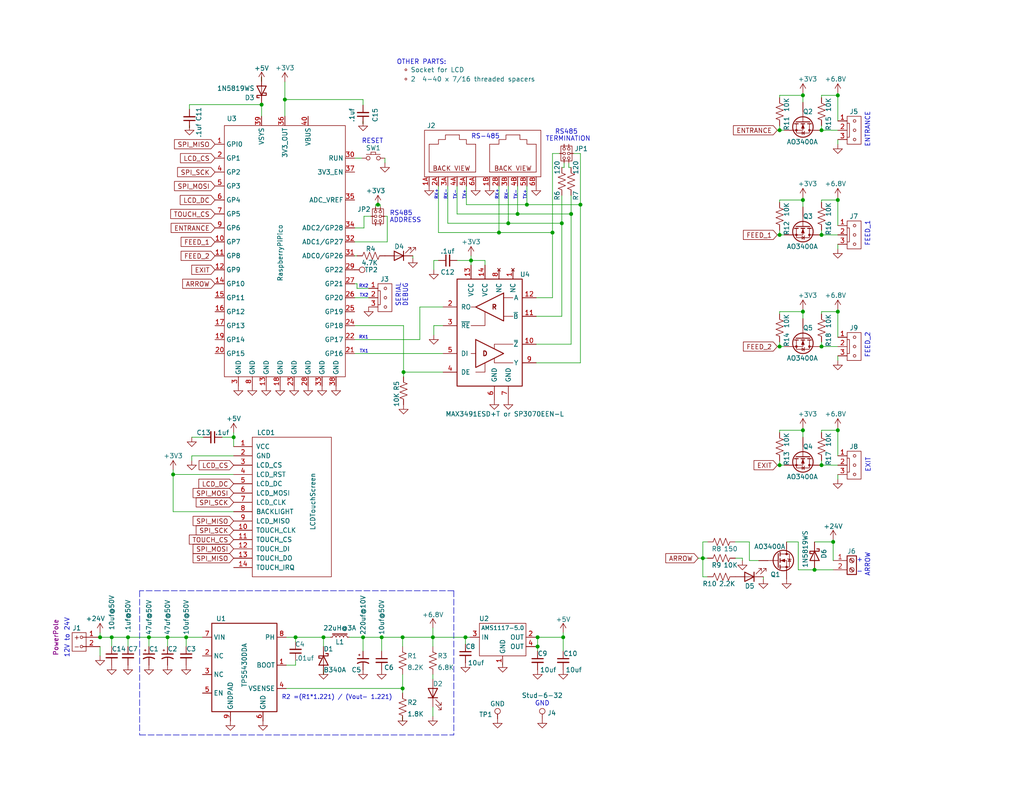
<source format=kicad_sch>
(kicad_sch (version 20211123) (generator eeschema)
  (paper "A")
  (title_block (title "DPi - ClockNBlock") (date "6/16/2022") (rev "Version 0.0") (company "Dos Pueblos Engineering Academy") (comment 1 "Arnav Wadhwa") (comment 2 "Brian Vesper"))
  (lib_symbols
    (symbol "@CustomSymbols_Connectors:6P6C_Modular_Dual"
      (property "Reference" "J" (at -14.732 7.366 0))
      (symbol "6P6C_Modular_Dual_0_0"
        (text "BACK VIEW" (at -7.874 -5.334 0) (effects (font (size 1.27 1.27))))
        (text "BACK VIEW" (at 8.89 -5.334 0) (effects (font (size 1.27 1.27))))
      )
      (symbol "6P6C_Modular_Dual_1_1"
        (pin unspecified line (at -13.97 -10.16 90) (length 2.54) (name "") (number "1A"))
        (pin unspecified line (at 2.54 -10.16 90) (length 2.54) (name "") (number "1B"))
        (pin unspecified line (at -11.43 -10.16 90) (length 2.54) (name "") (number "2A"))
        (pin unspecified line (at 5.08 -10.16 90) (length 2.54) (name "") (number "2B"))
        (pin unspecified line (at -8.89 -10.16 90) (length 2.54) (name "") (number "3A"))
        (pin unspecified line (at 7.62 -10.16 90) (length 2.54) (name "") (number "3B"))
        (pin unspecified line (at -6.35 -10.16 90) (length 2.54) (name "") (number "4A"))
        (pin unspecified line (at 10.16 -10.16 90) (length 2.54) (name "") (number "4B"))
        (pin unspecified line (at -3.81 -10.16 90) (length 2.54) (name "") (number "5A"))
        (pin unspecified line (at 12.7 -10.16 90) (length 2.54) (name "") (number "5B"))
        (pin unspecified line (at -1.27 -10.16 90) (length 2.54) (name "") (number "6A"))
        (pin unspecified line (at 15.24 -10.16 90) (length 2.54) (name "") (number "6B"))
      )
    )
    (symbol "@CustomSymbols_Connectors:Molex-Vert-3-L" (pin_names (offset 1.016))
      (property "Reference" "J" (at 0 5.08 0))
      (symbol "Molex-Vert-3-L_1_1"
        (pin bidirectional line (at -3.81 2.54 0) (length 2.54) (name "~") (number "1"))
        (pin bidirectional line (at -3.81 0 0) (length 2.54) (name "~") (number "2"))
        (pin bidirectional line (at -3.81 -2.54 0) (length 2.54) (name "~") (number "3"))
      )
    )
    (symbol "@CustomSymbols_Connectors:PowerPole2"
      (property "Reference" "J" (at -1.27 3.81 0))
      (property "Vendor" "PowerPole" (at -3.81 0 90))
      (symbol "PowerPole2_0_0"
        (text "+" (at -1.27 1.27 0) (effects (font (size 1.27 1.27))))
        (text "-" (at -1.27 -1.27 0) (effects (font (size 1.27 1.27))))
      )
      (symbol "PowerPole2_1_1"
        (pin bidirectional line (at 5.08 1.27 180) (length 4.699) (name "~") (number "1"))
        (pin bidirectional line (at 5.08 -1.27 180) (length 4.699) (name "~") (number "2"))
      )
    )
    (symbol "@CustomSymbols_Connectors:ScrewTerminal3.5MM-2" (pin_names (offset 1.016) hide)
      (property "Reference" "J" (at 0 2.54 0))
      (property "Value" "ScrewTerminal3.5MM-2" (at 0 -5.08 0))
      (symbol "ScrewTerminal3.5MM-2_1_1"
        (pin passive line (at -5.08 0 0) (length 3.81) (name "Pin_1") (number "1"))
        (pin passive line (at -5.08 -2.54 0) (length 3.81) (name "Pin_2") (number "2"))
      )
    )
    (symbol "@CustomSymbols_Discrete:AdditionalParts" (pin_numbers hide) (pin_names (offset 0) hide) (on_board no)
      (property "Value" "AdditionalParts" (at 7.62 1.27 0))
    )
    (symbol "@CustomSymbols_Discrete:Jumper3x2" (pin_numbers hide) (pin_names hide) (in_bom no)
      (property "Reference" "JP" (at 2.54 3.81 0))
      (symbol "Jumper3x2_1_1"
        (pin bidirectional line (at -0.635 2.54 270) (length 0.889) (name "~") (number "1"))
        (pin bidirectional line (at 0.635 2.54 270) (length 0.889) (name "~") (number "2"))
        (pin bidirectional line (at -1.905 0 0) (length 0.889) (name "~") (number "3"))
        (pin bidirectional line (at 1.905 0 180) (length 0.889) (name "~") (number "4"))
        (pin bidirectional line (at -0.635 -2.54 90) (length 0.889) (name "~") (number "5"))
        (pin bidirectional line (at 0.635 -2.54 90) (length 0.889) (name "~") (number "6"))
      )
    )
    (symbol "@CustomSymbols_Discrete:PushButton_C318884" (pin_numbers hide) (pin_names hide)
      (property "Reference" "SW" (at 0 3.175 0))
      (symbol "PushButton_C318884_1_1"
        (pin input line (at -3.175 0 0) (length 1.27) (name "") (number "1"))
        (pin input line (at 3.175 0 180) (length 1.27) (name "") (number "2"))
      )
    )
    (symbol "@CustomSymbols_Discrete:TestPoint" (pin_numbers hide) (pin_names (offset 0.762) hide) (in_bom no)
      (property "Reference" "TP" (at 0 5.588 0))
      (property "Value" "TestPoint" (at 0 3.81 0))
      (symbol "TestPoint_1_1"
        (pin passive line (at 0 0 90) (length 1.27) (name "1") (number "1"))
      )
    )
    (symbol "@CustomSymbols_Discrete:ThreadedStud_6-32-375" (pin_numbers hide) (pin_names (offset 0.762) hide)
      (property "Reference" "J" (at 0 3.81 0))
      (symbol "ThreadedStud_6-32-375_1_1"
        (pin passive line (at 0 0 90) (length 1.27) (name "1") (number "1"))
      )
    )
    (symbol "@CustomSymbols_Display:LCDTouchScreen" (pin_names (offset 1.016))
      (property "Reference" "LCD1" (at -13.97 19.05 0))
      (property "Value" "LCDTouchScreen" (at 1.27 -7.62 90))
      (symbol "LCDTouchScreen_1_1"
        (pin power_in line (at -20.32 15.24 0) (length 5.08) (name "VCC") (number "1"))
        (pin bidirectional line (at -20.32 -7.62 0) (length 5.08) (name "TOUCH_CLK") (number "10"))
        (pin bidirectional line (at -20.32 -10.16 0) (length 5.08) (name "TOUCH_CS") (number "11"))
        (pin bidirectional line (at -20.32 -12.7 0) (length 5.08) (name "TOUCH_DI") (number "12"))
        (pin bidirectional line (at -20.32 -15.24 0) (length 5.08) (name "TOUCH_DO") (number "13"))
        (pin bidirectional line (at -20.32 -17.78 0) (length 5.08) (name "TOUCH_IRQ") (number "14"))
        (pin power_in line (at -20.32 12.7 0) (length 5.08) (name "GND") (number "2"))
        (pin bidirectional line (at -20.32 10.16 0) (length 5.08) (name "LCD_CS") (number "3"))
        (pin bidirectional line (at -20.32 7.62 0) (length 5.08) (name "LCD_RST") (number "4"))
        (pin bidirectional line (at -20.32 5.08 0) (length 5.08) (name "LCD_DC") (number "5"))
        (pin bidirectional line (at -20.32 2.54 0) (length 5.08) (name "LCD_MOSI") (number "6"))
        (pin bidirectional line (at -20.32 0 0) (length 5.08) (name "LCD_CLK") (number "7"))
        (pin bidirectional line (at -20.32 -2.54 0) (length 5.08) (name "BACKLIGHT") (number "8"))
        (pin bidirectional line (at -20.32 -5.08 0) (length 5.08) (name "LCD_MISO") (number "9"))
      )
    )
    (symbol "@CustomSymbols_ICs:AMS1117-5.0"
      (property "Reference" "U" (at -5.08 7.62 0))
      (property "Value" "AMS1117-5.0" (at 1.27 5.08 0))
      (symbol "AMS1117-5.0_1_1"
        (pin power_in line (at 1.27 -5.08 90) (length 2.54) (name "GND") (number "1"))
        (pin power_in line (at 10.16 2.54 180) (length 2.54) (name "OUT") (number "2"))
        (pin power_in line (at -7.62 2.54 0) (length 2.54) (name "IN") (number "3"))
        (pin power_in line (at 10.16 0 180) (length 2.54) (name "OUT") (number "4"))
      )
    )
    (symbol "@CustomSymbols_ICs:MAX3491ESD+T or SP3070EEN-L" (pin_names (offset 1.016))
      (property "Reference" "U" (at 8.255 16.51 0))
      (property "Value" "MAX3491ESD+T or SP3070EEN-L" (at -19.05 30.48 0))
      (symbol "MAX3491ESD+T or SP3070EEN-L_0_0"
        (text "D" (at -1.27 -5.08 0) (effects (font (size 1.27 1.27) bold)))
        (text "R" (at 1.27 7.62 0) (effects (font (size 1.27 1.27) bold)))
      )
      (symbol "MAX3491ESD+T or SP3070EEN-L_1_1"
        (pin no_connect line (at 6.35 17.78 270) (length 2.54) (name "NC") (number "1"))
        (pin output line (at 12.7 -2.54 180) (length 3.81) (name "~{Z}") (number "10"))
        (pin input line (at 12.7 5.08 180) (length 3.81) (name "~{B}") (number "11"))
        (pin input line (at 12.7 10.16 180) (length 3.81) (name "A") (number "12"))
        (pin power_in line (at -5.08 19.05 270) (length 3.81) (name "VCC") (number "13"))
        (pin power_in line (at -1.27 19.05 270) (length 3.81) (name "VCC") (number "14"))
        (pin output line (at -12.7 7.62 0) (length 3.81) (name "RO") (number "2"))
        (pin input line (at -12.7 2.54 0) (length 3.81) (name "~{RE}") (number "3"))
        (pin input line (at -12.7 -10.16 0) (length 3.81) (name "DE") (number "4"))
        (pin input line (at -12.7 -5.08 0) (length 3.81) (name "DI") (number "5"))
        (pin power_in line (at 1.27 -17.78 90) (length 3.81) (name "GND") (number "6"))
        (pin power_in line (at 5.08 -17.78 90) (length 3.81) (name "GND") (number "7"))
        (pin no_connect line (at 2.54 17.78 270) (length 2.54) (name "NC") (number "8"))
        (pin output line (at 12.7 -7.62 180) (length 3.81) (name "Y") (number "9"))
      )
    )
    (symbol "@CustomSymbols_ICs:TPS5430DDA"
      (property "Reference" "U" (at -7.62 12.7 0))
      (property "Value" "TPS5430DDA" (at 0 -6.35 90))
      (symbol "TPS5430DDA_1_1"
        (pin input line (at 11.43 0 180) (length 2.54) (name "BOOT") (number "1"))
        (pin free line (at -11.43 2.54 0) (length 2.54) (name "NC") (number "2"))
        (pin free line (at -11.43 -2.54 0) (length 2.54) (name "NC") (number "3"))
        (pin input line (at 11.43 -6.35 180) (length 2.54) (name "VSENSE") (number "4"))
        (pin input line (at -11.43 -7.62 0) (length 2.54) (name "EN") (number "5"))
        (pin power_in line (at 5.08 -15.24 90) (length 2.54) (name "GND") (number "6"))
        (pin power_in line (at -11.43 7.62 0) (length 2.54) (name "VIN") (number "7"))
        (pin output line (at 11.43 7.62 180) (length 2.54) (name "PH") (number "8"))
        (pin power_in line (at -3.81 -15.24 90) (length 2.54) (name "GNDPAD") (number "9"))
      )
    )
    (symbol "@CustomSymbols_Modules:RaspberryPiPico"
      (property "Reference" "U" (at -15.24 34.29 0))
      (property "Value" "RaspberryPiPico" (at 0 -1.27 90))
      (symbol "RaspberryPiPico_1_1"
        (pin bidirectional line (at -19.05 27.94 0) (length 2.54) (name "GPI0") (number "1"))
        (pin bidirectional line (at -19.05 1.27 0) (length 2.54) (name "GP7") (number "10"))
        (pin bidirectional line (at -19.05 -2.54 0) (length 2.54) (name "GP8") (number "11"))
        (pin bidirectional line (at -19.05 -6.35 0) (length 2.54) (name "GP9") (number "12"))
        (pin power_in line (at -5.08 -38.1 90) (length 2.54) (name "GND") (number "13"))
        (pin bidirectional line (at -19.05 -10.16 0) (length 2.54) (name "GP10") (number "14"))
        (pin bidirectional line (at -19.05 -13.97 0) (length 2.54) (name "GP11") (number "15"))
        (pin bidirectional line (at -19.05 -17.78 0) (length 2.54) (name "GP12") (number "16"))
        (pin bidirectional line (at -19.05 -21.59 0) (length 2.54) (name "GP13") (number "17"))
        (pin power_in line (at -1.27 -38.1 90) (length 2.54) (name "GND") (number "18"))
        (pin bidirectional line (at -19.05 -25.4 0) (length 2.54) (name "GP14") (number "19"))
        (pin bidirectional line (at -19.05 24.13 0) (length 2.54) (name "GP1") (number "2"))
        (pin bidirectional line (at -19.05 -29.21 0) (length 2.54) (name "GP15") (number "20"))
        (pin bidirectional line (at 19.05 -29.21 180) (length 2.54) (name "GP16") (number "21"))
        (pin bidirectional line (at 19.05 -25.4 180) (length 2.54) (name "GP17") (number "22"))
        (pin power_in line (at 2.54 -38.1 90) (length 2.54) (name "GND") (number "23"))
        (pin bidirectional line (at 19.05 -21.59 180) (length 2.54) (name "GP18") (number "24"))
        (pin bidirectional line (at 19.05 -17.78 180) (length 2.54) (name "GP19") (number "25"))
        (pin bidirectional line (at 19.05 -13.97 180) (length 2.54) (name "GP20") (number "26"))
        (pin bidirectional line (at 19.05 -10.16 180) (length 2.54) (name "GP21") (number "27"))
        (pin power_in line (at 6.35 -38.1 90) (length 2.54) (name "GND") (number "28"))
        (pin bidirectional line (at 19.05 -6.35 180) (length 2.54) (name "GP22") (number "29"))
        (pin power_in line (at -12.7 -38.1 90) (length 2.54) (name "GND") (number "3"))
        (pin bidirectional line (at 19.05 24.13 180) (length 2.54) (name "RUN") (number "30"))
        (pin bidirectional line (at 19.05 -2.54 180) (length 2.54) (name "ADC0/GP26") (number "31"))
        (pin bidirectional line (at 19.05 1.27 180) (length 2.54) (name "ADC1/GP27") (number "32"))
        (pin power_in line (at 10.16 -38.1 90) (length 2.54) (name "GND") (number "33"))
        (pin bidirectional line (at 19.05 5.08 180) (length 2.54) (name "ADC2/GP28") (number "34"))
        (pin bidirectional line (at 19.05 12.7 180) (length 2.54) (name "ADC_VREF") (number "35"))
        (pin power_out line (at 0 35.56 270) (length 2.54) (name "3V3_OUT") (number "36"))
        (pin bidirectional line (at 19.05 20.32 180) (length 2.54) (name "3V3_EN") (number "37"))
        (pin power_in line (at 13.97 -38.1 90) (length 2.54) (name "GND") (number "38"))
        (pin power_in line (at -6.35 35.56 270) (length 2.54) (name "VSYS") (number "39"))
        (pin bidirectional line (at -19.05 20.32 0) (length 2.54) (name "GP2") (number "4"))
        (pin power_in line (at 6.35 35.56 270) (length 2.54) (name "VBUS") (number "40"))
        (pin bidirectional line (at -19.05 16.51 0) (length 2.54) (name "GP3") (number "5"))
        (pin bidirectional line (at -19.05 12.7 0) (length 2.54) (name "GP4") (number "6"))
        (pin bidirectional line (at -19.05 8.89 0) (length 2.54) (name "GP5") (number "7"))
        (pin power_in line (at -8.89 -38.1 90) (length 2.54) (name "GND") (number "8"))
        (pin bidirectional line (at -19.05 5.08 0) (length 2.54) (name "GP6") (number "9"))
      )
    )
    (symbol "@CustomSymbols_PowerPorts:+6.8V" (power) (pin_names (offset 0))
      (property "Value" "+6.8V" (at 0 3.556 0))
      (symbol "+6.8V_1_1"
        (pin power_in line (at 0 0 90) (length 0) hide (name "+6.8V") (number "1"))
      )
    )
    (symbol "Device:C_Polarized_Small_US" (pin_numbers hide) (pin_names (offset 0.254) hide)
      (property "Reference" "C" (at 0.254 1.778 0))
      (property "Value" "C_Polarized_Small_US" (at 0.254 -2.032 0))
      (symbol "C_Polarized_Small_US_1_1"
        (pin passive line (at 0 2.54 270) (length 2.032) (name "~") (number "1"))
        (pin passive line (at 0 -2.54 90) (length 2.032) (name "~") (number "2"))
      )
    )
    (symbol "Device:C_Small" (pin_numbers hide) (pin_names (offset 0.254) hide)
      (property "Reference" "C" (at 0.254 1.778 0))
      (property "Value" "C_Small" (at 0.254 -2.032 0))
      (symbol "C_Small_1_1"
        (pin passive line (at 0 2.54 270) (length 2.032) (name "~") (number "1"))
        (pin passive line (at 0 -2.54 90) (length 2.032) (name "~") (number "2"))
      )
    )
    (symbol "Device:LED" (pin_numbers hide) (pin_names (offset 1.016) hide)
      (property "Reference" "D" (at 0 2.54 0))
      (property "Value" "LED" (at 0 -2.54 0))
      (symbol "LED_1_1"
        (pin passive line (at -3.81 0 0) (length 2.54) (name "K") (number "1"))
        (pin passive line (at 3.81 0 180) (length 2.54) (name "A") (number "2"))
      )
    )
    (symbol "Device:L_Iron_Small" (pin_numbers hide) (pin_names (offset 0.254) hide)
      (property "Reference" "L" (at 1.27 1.016 0))
      (property "Value" "L_Iron_Small" (at 1.27 -1.27 0))
      (symbol "L_Iron_Small_1_1"
        (pin passive line (at 0 2.54 270) (length 0.508) (name "~") (number "1"))
        (pin passive line (at 0 -2.54 90) (length 0.508) (name "~") (number "2"))
      )
    )
    (symbol "Device:R_US" (pin_numbers hide) (pin_names (offset 0))
      (property "Reference" "R" (at 2.54 0 90))
      (property "Value" "R_US" (at -2.54 0 90))
      (symbol "R_US_1_1"
        (pin passive line (at 0 3.81 270) (length 1.27) (name "~") (number "1"))
        (pin passive line (at 0 -3.81 90) (length 1.27) (name "~") (number "2"))
      )
    )
    (symbol "Diode:1N5819" (pin_numbers hide) (pin_names (offset 1.016) hide)
      (property "Reference" "D" (at 0 2.54 0))
      (property "Value" "1N5819" (at 0 -2.54 0))
      (symbol "1N5819_1_1"
        (pin passive line (at -3.81 0 0) (length 2.54) (name "K") (number "1"))
        (pin passive line (at 3.81 0 180) (length 2.54) (name "A") (number "2"))
      )
    )
    (symbol "Diode:B340" (pin_numbers hide) (pin_names (offset 1.016) hide)
      (property "Reference" "D" (at 0 2.54 0))
      (property "Value" "B340" (at 0 -2.54 0))
      (symbol "B340_1_1"
        (pin passive line (at -3.81 0 0) (length 2.54) (name "K") (number "1"))
        (pin passive line (at 3.81 0 180) (length 2.54) (name "A") (number "2"))
      )
    )
    (symbol "Jumper3x2_1" (pin_numbers hide) (pin_names hide) (in_bom no)
      (property "Reference" "JP" (at 2.54 3.81 0))
      (symbol "Jumper3x2_1_1_1"
        (pin bidirectional line (at -0.635 2.54 270) (length 0.889) (name "~") (number "1"))
        (pin bidirectional line (at 0.635 2.54 270) (length 0.889) (name "~") (number "2"))
        (pin bidirectional line (at -1.905 0 0) (length 0.889) (name "~") (number "3"))
        (pin bidirectional line (at 1.905 0 180) (length 0.889) (name "~") (number "4"))
        (pin bidirectional line (at -0.635 -2.54 90) (length 0.889) (name "~") (number "5"))
        (pin bidirectional line (at 0.635 -2.54 90) (length 0.889) (name "~") (number "6"))
      )
    )
    (symbol "Transistor_FET:AO3400A" (pin_numbers hide) (pin_names hide)
      (property "Reference" "Q" (at 5.08 1.905 0))
      (property "Value" "AO3400A" (at 5.08 0 0))
      (symbol "AO3400A_1_1"
        (pin input line (at -5.08 0 0) (length 2.54) (name "G") (number "1"))
        (pin passive line (at 2.54 -5.08 90) (length 2.54) (name "S") (number "2"))
        (pin passive line (at 2.54 5.08 270) (length 2.54) (name "D") (number "3"))
      )
    )
    (symbol "power:+24V" (power) (pin_names (offset 0))
      (property "Value" "+24V" (at 0 3.556 0))
      (symbol "+24V_1_1"
        (pin power_in line (at 0 0 90) (length 0) hide (name "+24V") (number "1"))
      )
    )
    (symbol "power:+3.3V" (power) (pin_names (offset 0))
      (property "Value" "+3.3V" (at 0 3.556 0))
      (symbol "+3.3V_1_1"
        (pin power_in line (at 0 0 90) (length 0) hide (name "+3V3") (number "1"))
      )
    )
    (symbol "power:+5V" (power) (pin_names (offset 0))
      (property "Value" "+5V" (at 0 3.556 0))
      (symbol "+5V_1_1"
        (pin power_in line (at 0 0 90) (length 0) hide (name "+5V") (number "1"))
      )
    )
    (symbol "power:GND" (power) (pin_names (offset 0))
      (property "Value" "GND" (at 0 -3.81 0))
      (symbol "GND_1_1"
        (pin power_in line (at 0 0 270) (length 0) hide (name "GND") (number "1"))
      )
    )
  )
  (junction (at 128.524 71.12))
  (junction (at 228.6 117.475))
  (junction (at 227.33 147.955))
  (junction (at 228.6 26.035))
  (junction (at 158.369 55.88))
  (junction (at 212.725 127))
  (junction (at 50.8 173.99))
  (junction (at 118.11 173.99))
  (junction (at 146.685 176.53))
  (junction (at 219.075 26.035))
  (junction (at 138.684 60.96))
  (junction (at 30.48 173.99))
  (junction (at 222.25 155.575))
  (junction (at 63.754 119.38))
  (junction (at 80.645 173.99))
  (junction (at 99.06 173.99))
  (junction (at 110.109 101.6))
  (junction (at 153.289 60.96))
  (junction (at 228.6 85.09))
  (junction (at 45.72 173.99))
  (junction (at 88.265 173.99))
  (junction (at 109.855 173.99))
  (junction (at 40.64 173.99))
  (junction (at 127 173.99))
  (junction (at 212.725 64.135))
  (junction (at 224.155 127))
  (junction (at 224.155 64.135))
  (junction (at 27.305 173.99))
  (junction (at 34.925 173.99))
  (junction (at 104.14 173.99))
  (junction (at 77.724 27.178))
  (junction (at 150.749 63.5))
  (junction (at 228.6 54.61))
  (junction (at 212.725 35.56))
  (junction (at 109.855 187.96))
  (junction (at 212.725 94.615))
  (junction (at 136.144 63.5))
  (junction (at 143.764 55.88))
  (junction (at 47.244 129.54))
  (junction (at 103.124 55.88))
  (junction (at 219.075 85.09))
  (junction (at 71.374 28.575))
  (junction (at 141.224 58.42))
  (junction (at 224.155 35.56))
  (junction (at 219.075 117.475))
  (junction (at 219.075 54.61))
  (junction (at 191.77 152.4))
  (junction (at 155.829 58.42))
  (junction (at 224.155 94.615))
  (junction (at 153.67 173.99))
  (junction (at 146.685 173.99))
  (wire (pts (xy 212.725 85.09) (xy 219.075 85.09)))
  (wire (pts (xy 80.645 173.99) (xy 88.265 173.99)))
  (wire (pts (xy 45.72 173.99) (xy 45.72 176.53)))
  (wire (pts (xy 50.8 173.99) (xy 55.245 173.99)))
  (wire (pts (xy 114.554 83.82) (xy 114.554 92.71)))
  (wire (pts (xy 99.314 59.055) (xy 99.314 62.23)))
  (wire (pts (xy 109.855 173.99) (xy 118.11 173.99)))
  (wire (pts (xy 219.075 84.455) (xy 219.075 85.09)))
  (wire (pts (xy 63.754 129.54) (xy 47.244 129.54)))
  (wire (pts (xy 212.725 62.865) (xy 212.725 64.135)))
  (wire (pts (xy 88.265 182.88) (xy 88.265 184.15)))
  (wire (pts (xy 96.774 88.9) (xy 110.109 88.9)))
  (wire (pts (xy 99.06 27.178) (xy 99.06 28.702)))
  (wire (pts (xy 200.66 152.4) (xy 202.565 152.4)))
  (wire (pts (xy 219.075 54.61) (xy 219.075 56.515)))
  (wire (pts (xy 212.725 85.09) (xy 212.725 85.725)))
  (wire (pts (xy 228.6 38.1) (xy 228.6 39.37)))
  (wire (pts (xy 191.77 157.48) (xy 193.04 157.48)))
  (wire (pts (xy 71.374 20.955) (xy 71.374 22.225)))
  (wire (pts (xy 212.725 34.29) (xy 212.725 35.56)))
  (wire (pts (xy 97.409 69.85) (xy 96.774 69.85)))
  (wire (pts (xy 105.029 59.055) (xy 105.664 59.055)))
  (wire (pts (xy 224.155 64.135) (xy 228.6 64.135)))
  (wire (pts (xy 227.33 147.32) (xy 227.33 147.955)))
  (wire (pts (xy 224.155 54.61) (xy 228.6 54.61)))
  (wire (pts (xy 127.254 55.88) (xy 127.254 50.8)))
  (wire (pts (xy 77.724 27.178) (xy 77.724 31.75)))
  (polyline (pts (xy 123.825 161.29) (xy 123.825 200.66)))
  (wire (pts (xy 77.724 27.178) (xy 99.06 27.178)))
  (wire (pts (xy 96.774 92.71) (xy 114.554 92.71)))
  (wire (pts (xy 224.155 125.73) (xy 224.155 127)))
  (wire (pts (xy 78.105 173.99) (xy 80.645 173.99)))
  (wire (pts (xy 52.324 124.46) (xy 52.324 125.73)))
  (wire (pts (xy 55.499 119.38) (xy 52.324 119.38)))
  (wire (pts (xy 60.579 119.38) (xy 63.754 119.38)))
  (wire (pts (xy 224.155 94.615) (xy 228.6 94.615)))
  (wire (pts (xy 156.464 41.91) (xy 158.369 41.91)))
  (wire (pts (xy 146.685 173.99) (xy 146.685 176.53)))
  (wire (pts (xy 30.48 173.99) (xy 30.48 176.53)))
  (wire (pts (xy 102.489 55.88) (xy 102.489 56.515)))
  (wire (pts (xy 78.105 187.96) (xy 109.855 187.96)))
  (wire (pts (xy 97.409 77.47) (xy 97.409 78.74)))
  (wire (pts (xy 212.725 125.73) (xy 212.725 127)))
  (wire (pts (xy 30.48 173.99) (xy 34.925 173.99)))
  (wire (pts (xy 136.144 50.8) (xy 136.144 63.5)))
  (wire (pts (xy 63.754 118.11) (xy 63.754 119.38)))
  (wire (pts (xy 219.075 117.475) (xy 219.075 119.38)))
  (wire (pts (xy 96.774 43.18) (xy 98.679 43.18)))
  (wire (pts (xy 146.685 173.99) (xy 153.67 173.99)))
  (wire (pts (xy 77.724 22.352) (xy 77.724 27.178)))
  (wire (pts (xy 50.8 173.99) (xy 50.8 176.53)))
  (wire (pts (xy 191.77 152.4) (xy 193.04 152.4)))
  (wire (pts (xy 217.805 155.575) (xy 222.25 155.575)))
  (wire (pts (xy 112.649 69.85) (xy 112.649 70.485)))
  (wire (pts (xy 141.224 50.8) (xy 141.224 58.42)))
  (wire (pts (xy 27.305 173.99) (xy 30.48 173.99)))
  (wire (pts (xy 146.685 176.53) (xy 146.685 177.8)))
  (wire (pts (xy 227.33 147.955) (xy 227.33 153.035)))
  (wire (pts (xy 40.64 173.99) (xy 45.72 173.99)))
  (wire (pts (xy 228.6 117.475) (xy 228.6 124.46)))
  (wire (pts (xy 71.374 28.575) (xy 71.374 31.75)))
  (wire (pts (xy 119.634 63.5) (xy 136.144 63.5)))
  (wire (pts (xy 150.749 63.5) (xy 150.749 81.28)))
  (wire (pts (xy 104.14 173.99) (xy 104.14 177.8)))
  (wire (pts (xy 212.725 26.035) (xy 212.725 26.67)))
  (wire (pts (xy 51.689 34.925) (xy 51.689 34.29)))
  (wire (pts (xy 155.829 93.98) (xy 155.829 58.42)))
  (wire (pts (xy 219.075 53.975) (xy 219.075 54.61)))
  (wire (pts (xy 118.11 184.15) (xy 118.11 185.42)))
  (wire (pts (xy 119.634 71.12) (xy 118.364 71.12)))
  (wire (pts (xy 212.725 127) (xy 213.995 127)))
  (wire (pts (xy 124.714 58.42) (xy 124.714 50.8)))
  (wire (pts (xy 217.805 147.955) (xy 217.805 155.575)))
  (wire (pts (xy 224.155 26.035) (xy 228.6 26.035)))
  (wire (pts (xy 99.06 33.782) (xy 99.06 33.147)))
  (wire (pts (xy 153.67 173.99) (xy 153.67 177.8)))
  (wire (pts (xy 51.689 28.575) (xy 51.689 29.845)))
  (wire (pts (xy 219.075 26.035) (xy 219.075 27.94)))
  (wire (pts (xy 212.09 94.615) (xy 212.725 94.615)))
  (wire (pts (xy 153.924 45.72) (xy 153.924 44.45)))
  (wire (pts (xy 146.304 86.36) (xy 153.289 86.36)))
  (wire (pts (xy 212.725 35.56) (xy 213.995 35.56)))
  (wire (pts (xy 96.774 81.28) (xy 100.584 81.28)))
  (wire (pts (xy 138.684 60.96) (xy 153.289 60.96)))
  (wire (pts (xy 228.6 26.035) (xy 228.6 25.4)))
  (wire (pts (xy 191.77 147.955) (xy 193.04 147.955)))
  (wire (pts (xy 96.774 77.47) (xy 97.409 77.47)))
  (wire (pts (xy 63.754 124.46) (xy 52.324 124.46)))
  (wire (pts (xy 99.314 62.23) (xy 96.774 62.23)))
  (wire (pts (xy 155.829 45.72) (xy 155.194 45.72)))
  (wire (pts (xy 110.109 102.87) (xy 110.109 101.6)))
  (wire (pts (xy 155.829 58.42) (xy 141.224 58.42)))
  (wire (pts (xy 155.194 45.72) (xy 155.194 44.45)))
  (wire (pts (xy 143.764 50.8) (xy 143.764 55.88)))
  (wire (pts (xy 118.11 173.99) (xy 118.11 176.53)))
  (wire (pts (xy 219.075 25.4) (xy 219.075 26.035)))
  (wire (pts (xy 96.774 96.52) (xy 120.904 96.52)))
  (wire (pts (xy 118.11 193.04) (xy 118.11 195.58)))
  (wire (pts (xy 212.09 35.56) (xy 212.725 35.56)))
  (wire (pts (xy 191.77 147.955) (xy 191.77 152.4)))
  (wire (pts (xy 228.6 85.09) (xy 228.6 84.455)))
  (wire (pts (xy 118.364 88.9) (xy 118.364 91.44)))
  (wire (pts (xy 118.11 171.45) (xy 118.11 173.99)))
  (wire (pts (xy 105.029 43.18) (xy 105.029 44.45)))
  (wire (pts (xy 204.47 147.955) (xy 204.47 153.035)))
  (wire (pts (xy 212.725 94.615) (xy 213.995 94.615)))
  (wire (pts (xy 40.64 173.99) (xy 40.64 176.53)))
  (wire (pts (xy 190.5 152.4) (xy 191.77 152.4)))
  (wire (pts (xy 153.67 172.72) (xy 153.67 173.99)))
  (polyline (pts (xy 38.1 161.29) (xy 38.1 200.66)))
  (wire (pts (xy 99.06 173.99) (xy 104.14 173.99)))
  (polyline (pts (xy 38.1 200.66) (xy 123.825 200.66)))
  (wire (pts (xy 222.25 155.575) (xy 227.33 155.575)))
  (wire (pts (xy 101.219 59.055) (xy 99.314 59.055)))
  (wire (pts (xy 118.364 88.9) (xy 120.904 88.9)))
  (wire (pts (xy 128.524 69.85) (xy 128.524 71.12)))
  (wire (pts (xy 99.06 173.99) (xy 99.06 177.8)))
  (wire (pts (xy 228.6 97.155) (xy 228.6 98.425)))
  (wire (pts (xy 127 173.99) (xy 127 175.895)))
  (wire (pts (xy 224.155 54.61) (xy 224.155 55.245)))
  (wire (pts (xy 47.244 129.54) (xy 47.244 139.7)))
  (wire (pts (xy 153.289 60.96) (xy 153.289 86.36)))
  (wire (pts (xy 224.155 117.475) (xy 228.6 117.475)))
  (wire (pts (xy 132.334 71.12) (xy 132.334 72.39)))
  (wire (pts (xy 146.304 93.98) (xy 155.829 93.98)))
  (wire (pts (xy 202.565 152.4) (xy 202.565 153.035)))
  (wire (pts (xy 118.11 173.99) (xy 127 173.99)))
  (wire (pts (xy 143.764 55.88) (xy 127.254 55.88)))
  (wire (pts (xy 97.409 78.74) (xy 100.584 78.74)))
  (wire (pts (xy 27.305 172.72) (xy 27.305 173.99)))
  (wire (pts (xy 153.289 45.72) (xy 153.924 45.72)))
  (wire (pts (xy 228.6 54.61) (xy 228.6 53.975)))
  (wire (pts (xy 103.759 56.515) (xy 103.759 55.88)))
  (wire (pts (xy 138.684 50.8) (xy 138.684 60.96)))
  (wire (pts (xy 153.289 53.34) (xy 153.289 60.96)))
  (polyline (pts (xy 123.825 161.29) (xy 38.1 161.29)))
  (wire (pts (xy 128.524 71.12) (xy 128.524 72.39)))
  (wire (pts (xy 204.47 153.035) (xy 207.01 153.035)))
  (wire (pts (xy 146.304 81.28) (xy 150.749 81.28)))
  (wire (pts (xy 110.109 88.9) (xy 110.109 101.6)))
  (wire (pts (xy 104.14 173.99) (xy 109.855 173.99)))
  (wire (pts (xy 228.6 117.475) (xy 228.6 116.84)))
  (wire (pts (xy 109.855 184.15) (xy 109.855 187.96)))
  (wire (pts (xy 146.05 176.53) (xy 146.685 176.53)))
  (wire (pts (xy 110.109 101.6) (xy 120.904 101.6)))
  (wire (pts (xy 105.664 66.04) (xy 105.664 59.055)))
  (wire (pts (xy 228.6 54.61) (xy 228.6 61.595)))
  (wire (pts (xy 224.155 85.09) (xy 228.6 85.09)))
  (wire (pts (xy 95.25 173.99) (xy 99.06 173.99)))
  (wire (pts (xy 212.09 127) (xy 212.725 127)))
  (wire (pts (xy 103.124 55.88) (xy 103.759 55.88)))
  (wire (pts (xy 224.155 34.29) (xy 224.155 35.56)))
  (wire (pts (xy 96.774 66.04) (xy 105.664 66.04)))
  (wire (pts (xy 146.304 99.06) (xy 158.369 99.06)))
  (wire (pts (xy 212.725 93.345) (xy 212.725 94.615)))
  (wire (pts (xy 212.725 64.135) (xy 213.995 64.135)))
  (wire (pts (xy 212.09 64.135) (xy 212.725 64.135)))
  (wire (pts (xy 136.144 63.5) (xy 150.749 63.5)))
  (wire (pts (xy 155.829 53.34) (xy 155.829 58.42)))
  (wire (pts (xy 119.634 50.8) (xy 119.634 63.5)))
  (wire (pts (xy 228.6 26.035) (xy 228.6 33.02)))
  (wire (pts (xy 137.16 181.61) (xy 137.16 180.975)))
  (wire (pts (xy 200.66 147.955) (xy 204.47 147.955)))
  (wire (pts (xy 224.155 93.345) (xy 224.155 94.615)))
  (wire (pts (xy 88.265 173.99) (xy 90.17 173.99)))
  (wire (pts (xy 146.05 173.99) (xy 146.685 173.99)))
  (wire (pts (xy 109.855 189.23) (xy 109.855 187.96)))
  (wire (pts (xy 27.305 176.53) (xy 27.305 179.07)))
  (wire (pts (xy 224.155 127) (xy 228.6 127)))
  (wire (pts (xy 124.714 71.12) (xy 128.524 71.12)))
  (wire (pts (xy 222.25 147.955) (xy 227.33 147.955)))
  (wire (pts (xy 214.63 147.955) (xy 217.805 147.955)))
  (wire (pts (xy 47.244 128.27) (xy 47.244 129.54)))
  (wire (pts (xy 224.155 35.56) (xy 228.6 35.56)))
  (wire (pts (xy 109.855 173.99) (xy 109.855 176.53)))
  (wire (pts (xy 63.754 121.92) (xy 63.754 119.38)))
  (wire (pts (xy 208.28 157.48) (xy 208.28 158.115)))
  (wire (pts (xy 158.369 41.91) (xy 158.369 55.88)))
  (wire (pts (xy 212.725 117.475) (xy 219.075 117.475)))
  (wire (pts (xy 47.244 139.7) (xy 63.754 139.7)))
  (wire (pts (xy 88.265 173.99) (xy 88.265 176.53)))
  (wire (pts (xy 228.6 85.09) (xy 228.6 92.075)))
  (wire (pts (xy 120.904 83.82) (xy 114.554 83.82)))
  (wire (pts (xy 212.725 117.475) (xy 212.725 118.11)))
  (wire (pts (xy 150.749 41.91) (xy 150.749 63.5)))
  (wire (pts (xy 78.105 181.61) (xy 80.645 181.61)))
  (wire (pts (xy 71.374 28.575) (xy 51.689 28.575)))
  (wire (pts (xy 224.155 26.035) (xy 224.155 26.67)))
  (wire (pts (xy 224.155 117.475) (xy 224.155 118.11)))
  (wire (pts (xy 122.174 50.8) (xy 122.174 60.96)))
  (wire (pts (xy 34.925 173.99) (xy 40.64 173.99)))
  (wire (pts (xy 34.925 173.99) (xy 34.925 176.53)))
  (wire (pts (xy 118.364 71.12) (xy 118.364 73.66)))
  (wire (pts (xy 158.369 55.88) (xy 143.764 55.88)))
  (wire (pts (xy 150.749 41.91) (xy 152.654 41.91)))
  (wire (pts (xy 122.174 60.96) (xy 138.684 60.96)))
  (wire (pts (xy 228.6 66.675) (xy 228.6 67.945)))
  (wire (pts (xy 219.075 85.09) (xy 219.075 86.995)))
  (wire (pts (xy 212.725 54.61) (xy 212.725 55.245)))
  (wire (pts (xy 224.155 85.09) (xy 224.155 85.725)))
  (wire (pts (xy 224.155 62.865) (xy 224.155 64.135)))
  (wire (pts (xy 191.77 152.4) (xy 191.77 157.48)))
  (wire (pts (xy 80.645 173.99) (xy 80.645 175.26)))
  (wire (pts (xy 103.124 55.88) (xy 102.489 55.88)))
  (wire (pts (xy 80.645 180.34) (xy 80.645 181.61)))
  (wire (pts (xy 45.72 173.99) (xy 50.8 173.99)))
  (wire (pts (xy 109.855 195.58) (xy 109.855 196.85)))
  (wire (pts (xy 158.369 99.06) (xy 158.369 55.88)))
  (wire (pts (xy 141.224 58.42) (xy 124.714 58.42)))
  (wire (pts (xy 219.075 116.84) (xy 219.075 117.475)))
  (wire (pts (xy 128.524 71.12) (xy 132.334 71.12)))
  (wire (pts (xy 127 173.99) (xy 128.27 173.99)))
  (wire (pts (xy 228.6 129.54) (xy 228.6 130.81)))
  (wire (pts (xy 212.725 54.61) (xy 219.075 54.61)))
  (wire (pts (xy 212.725 26.035) (xy 219.075 26.035)))
  (text "SERIAL" (at 109.474 83.82 90) (effects (font (size 1.27 1.27)) (justify left bottom)))
  (text "TERMINATION" (at 148.844 38.735 0) (effects (font (size 1.27 1.27)) (justify left bottom)))
  (text "TX2" (at 100.584 81.28 180) (effects (font (size 0.8636 0.8636)) (justify right bottom)))
  (text "-" (at 233.68 156.845 0) (effects (font (size 1.27 1.27)) (justify left bottom)))
  (text "RX2" (at 100.584 78.74 180) (effects (font (size 0.8636 0.8636)) (justify right bottom)))
  (text "+" (at 233.68 153.67 0) (effects (font (size 1.27 1.27)) (justify left bottom)))
  (text "RX-" (at 138.684 54.61 90) (effects (font (size 0.8636 0.8636)) (justify left bottom)))
  (text "RESET" (at 98.679 39.37 0) (effects (font (size 1.27 1.27)) (justify left bottom)))
  (text "EXIT" (at 237.617 129.032 90) (effects (font (size 1.27 1.27)) (justify left bottom)))
  (text "RX-" (at 122.174 54.61 90) (effects (font (size 0.8636 0.8636)) (justify left bottom)))
  (text "TX+" (at 127.254 54.61 90) (effects (font (size 0.8636 0.8636)) (justify left bottom)))
  (text "RS-485" (at 128.524 38.1 0) (effects (font (size 1.27 1.27)) (justify left bottom)))
  (text "RX1" (at 100.584 92.71 180) (effects (font (size 0.8636 0.8636)) (justify right bottom)))
  (text "GND" (at 145.923 192.913 0) (effects (font (size 1.27 1.27)) (justify left bottom)))
  (text "ENTRANCE\n" (at 237.49 40.259 90) (effects (font (size 1.27 1.27)) (justify left bottom)))
  (text "12V to 24V" (at 19.05 179.705 90) (effects (font (size 1.27 1.27)) (justify left bottom)))
  (text "TX-" (at 141.224 54.61 90) (effects (font (size 0.8636 0.8636)) (justify left bottom)))
  (text "DEBUG" (at 111.379 83.82 90) (effects (font (size 1.27 1.27)) (justify left bottom)))
  (text "RS485" (at 151.384 36.83 0) (effects (font (size 1.27 1.27)) (justify left bottom)))
  (text "RS485" (at 106.299 59.055 0) (effects (font (size 1.27 1.27)) (justify left bottom)))
  (text "OTHER PARTS:" (at 108.204 17.78 0) (effects (font (size 1.27 1.27)) (justify left bottom)))
  (text "TX-" (at 124.714 54.61 90) (effects (font (size 0.8636 0.8636)) (justify left bottom)))
  (text "FEED_1" (at 237.49 67.31 90) (effects (font (size 1.27 1.27)) (justify left bottom)))
  (text "RX+" (at 119.634 54.61 90) (effects (font (size 0.8636 0.8636)) (justify left bottom)))
  (text "TX1" (at 100.584 96.52 180) (effects (font (size 0.8636 0.8636)) (justify right bottom)))
  (text "R2 =(R1*1.221) / (Vout- 1.221)" (at 76.835 191.135 0) (effects (font (size 1.1684 1.1684)) (justify left bottom)))
  (text "ADDRESS" (at 106.299 60.96 0) (effects (font (size 1.27 1.27)) (justify left bottom)))
  (text "ARROW" (at 237.49 157.48 90) (effects (font (size 1.27 1.27)) (justify left bottom)))
  (text "RX+" (at 136.144 54.61 90) (effects (font (size 0.8636 0.8636)) (justify left bottom)))
  (text "FEED_2" (at 237.49 97.79 90) (effects (font (size 1.27 1.27)) (justify left bottom)))
  (text "TX+" (at 143.764 54.61 90) (effects (font (size 0.8636 0.8636)) (justify left bottom)))
  (global_label "SPI_SCK" (shape input) (at 63.754 137.16 180) (property "Intersheet References" "${INTERSHEET_REFS}" (effects hide)))
  (global_label "ENTRANCE" (shape input) (at 212.09 35.56 180) (property "Intersheet References" "${INTERSHEET_REFS}" (effects hide)))
  (global_label "FEED_2" (shape input) (at 58.674 69.85 180) (property "Intersheet References" "${INTERSHEET_REFS}" (effects hide)))
  (global_label "SPI_MISO" (shape input) (at 58.674 39.37 180) (property "Intersheet References" "${INTERSHEET_REFS}" (effects hide)))
  (global_label "SPI_MISO" (shape input) (at 63.754 142.24 180) (property "Intersheet References" "${INTERSHEET_REFS}" (effects hide)))
  (global_label "FEED_1" (shape input) (at 58.674 66.04 180) (property "Intersheet References" "${INTERSHEET_REFS}" (effects hide)))
  (global_label "TOUCH_CS" (shape input) (at 58.674 58.42 180) (property "Intersheet References" "${INTERSHEET_REFS}" (effects hide)))
  (global_label "LCD_DC" (shape input) (at 58.674 54.61 180) (property "Intersheet References" "${INTERSHEET_REFS}" (effects hide)))
  (global_label "SPI_MISO" (shape input) (at 63.754 152.4 180) (property "Intersheet References" "${INTERSHEET_REFS}" (effects hide)))
  (global_label "SPI_SCK" (shape input) (at 58.674 46.99 180) (property "Intersheet References" "${INTERSHEET_REFS}" (effects hide)))
  (global_label "SPI_MOSI" (shape input) (at 63.754 149.86 180) (property "Intersheet References" "${INTERSHEET_REFS}" (effects hide)))
  (global_label "LCD_CS" (shape input) (at 58.674 43.18 180) (property "Intersheet References" "${INTERSHEET_REFS}" (effects hide)))
  (global_label "EXIT" (shape input) (at 58.674 73.66 180) (property "Intersheet References" "${INTERSHEET_REFS}" (effects hide)))
  (global_label "LCD_DC" (shape input) (at 63.754 132.08 180) (property "Intersheet References" "${INTERSHEET_REFS}" (effects hide)))
  (global_label "SPI_MOSI" (shape input) (at 58.674 50.8 180) (property "Intersheet References" "${INTERSHEET_REFS}" (effects hide)))
  (global_label "ARROW" (shape input) (at 190.5 152.4 180) (property "Intersheet References" "${INTERSHEET_REFS}" (effects hide)))
  (global_label "SPI_MOSI" (shape input) (at 63.754 134.62 180) (property "Intersheet References" "${INTERSHEET_REFS}" (effects hide)))
  (global_label "LCD_CS" (shape input) (at 63.754 127 180) (property "Intersheet References" "${INTERSHEET_REFS}" (effects hide)))
  (global_label "SPI_SCK" (shape input) (at 63.754 144.78 180) (property "Intersheet References" "${INTERSHEET_REFS}" (effects hide)))
  (global_label "ARROW" (shape input) (at 58.674 77.47 180) (property "Intersheet References" "${INTERSHEET_REFS}" (effects hide)))
  (global_label "TOUCH_CS" (shape input) (at 63.754 147.32 180) (property "Intersheet References" "${INTERSHEET_REFS}" (effects hide)))
  (global_label "EXIT" (shape input) (at 212.09 127 180) (property "Intersheet References" "${INTERSHEET_REFS}" (effects hide)))
  (global_label "ENTRANCE" (shape input) (at 58.674 62.23 180) (property "Intersheet References" "${INTERSHEET_REFS}" (effects hide)))
  (global_label "FEED_2" (shape input) (at 212.09 94.615 180) (property "Intersheet References" "${INTERSHEET_REFS}" (effects hide)))
  (global_label "FEED_1" (shape input) (at 212.09 64.135 180) (property "Intersheet References" "${INTERSHEET_REFS}" (effects hide)))
  (symbol (lib_id "power:GND") (at 40.64 181.61 0) (unit 1)
    (property "Reference" "#PWR09" (effects hide))
    (property "Value" "GND" (effects hide))
  )
  (symbol (lib_id "Device:L_Iron_Small") (at 92.71 173.99 90) (unit 1)
    (property "Reference" "L1" (at 92.71 175.26 90))
    (property "Value" "22uH@3A" (at 92.71 171.45 90))
    (property "Footprint" "@CustomFootprints_Discrete:Inductor_6.6x7.1_H3" (effects hide))
    (property "Vendor" "C497873" (effects hide))
  )
  (symbol (lib_id "Device:C_Small") (at 127 178.435 0) (unit 1)
    (property "Reference" "C8" (at 127 176.53 0) (effects (justify left)))
    (property "Value" "10uf" (at 127.635 180.975 0) (effects (justify left)))
    (property "Footprint" "Capacitor_SMD:C_0805_2012Metric" (effects hide))
    (property "Vendor" "C440198" (effects hide))
  )
  (symbol (lib_id "power:GND") (at 133.604 50.8 0) (unit 1)
    (property "Reference" "#PWR092" (effects hide))
    (property "Value" "GND" (effects hide))
  )
  (symbol (lib_id "Device:R_US") (at 101.219 69.85 90) (unit 1)
    (property "Reference" "R4" (at 102.489 67.945 90) (effects (justify left)))
    (property "Value" "4.7K" (at 103.124 71.755 90) (effects (justify left)))
    (property "Footprint" "Resistor_SMD:R_0805_2012Metric" (effects hide))
    (property "Vendor" "C17673" (effects hide))
  )
  (symbol (lib_id "power:GND") (at 99.06 182.88 0) (unit 1)
    (property "Reference" "#PWR016" (effects hide))
    (property "Value" "GND" (effects hide))
  )
  (symbol (lib_id "Device:R_US") (at 224.155 59.055 180) (unit 1)
    (property "Reference" "R16" (at 226.06 60.325 90) (effects (justify left)))
    (property "Value" "10K" (at 226.06 55.245 90) (effects (justify left)))
    (property "Footprint" "Resistor_SMD:R_0805_2012Metric" (effects hide))
    (property "Vendor" "C17414" (effects hide))
  )
  (symbol (lib_id "power:GND") (at 228.6 98.425 0) (unit 1)
    (property "Reference" "#PWR049" (effects hide))
    (property "Value" "GND" (effects hide))
  )
  (symbol (lib_id "@CustomSymbols_Discrete:Jumper3x2") (at 103.124 59.055 0) (unit 1) (in_bom no)
    (property "Reference" "JP2" (at 99.314 57.15 0))
    (property "Value" "Jumper3x2" (effects hide))
    (property "Footprint" "@CustomFootprints_Discrete:Jumper3x2" (effects hide))
    (property "Vendor" "1849-PR20203VBDN-ND" (effects hide))
  )
  (symbol (lib_id "power:GND") (at 228.6 130.81 0) (unit 1)
    (property "Reference" "#PWR047" (effects hide))
    (property "Value" "GND" (effects hide))
  )
  (symbol (lib_id "power:GND") (at 153.67 182.88 0) (unit 1)
    (property "Reference" "#PWR029" (effects hide))
    (property "Value" "GND" (effects hide))
  )
  (symbol (lib_id "Transistor_FET:AO3400A") (at 219.075 61.595 270) (unit 1)
    (property "Reference" "Q3" (at 219.075 59.055 90) (effects (justify left)))
    (property "Value" "AO3400A" (at 214.63 67.31 90) (effects (justify left)))
    (property "Footprint" "Package_TO_SOT_SMD:SOT-23" (effects hide))
    (property "Datasheet" "http://www.aosmd.com/pdfs/datasheet/AO3400A.pdf" (effects hide))
    (property "Vendor" "C20917" (effects hide))
  )
  (symbol (lib_id "power:GND") (at 71.755 196.85 0) (unit 1)
    (property "Reference" "#PWR013" (effects hide))
    (property "Value" "GND" (effects hide))
  )
  (symbol (lib_id "power:GND") (at 117.094 50.8 0) (unit 1)
    (property "Reference" "#PWR087" (effects hide))
    (property "Value" "GND" (effects hide))
  )
  (symbol (lib_id "power:GND") (at 27.305 179.07 0) (unit 1)
    (property "Reference" "#PWR05" (effects hide))
    (property "Value" "GND" (effects hide))
  )
  (symbol (lib_id "@CustomSymbols_Connectors:Molex-Vert-3-L") (at 232.41 94.615 0) (unit 1)
    (property "Reference" "J9" (at 231.775 89.535 0) (effects (justify left)))
    (property "Value" "Molex-Vert-3-L" (effects hide))
    (property "Footprint" "@CustomFootprints_Connectors:Molex-Vert-3" (effects hide))
    (property "Vendor" "WM4201-ND" (effects hide))
  )
  (symbol (lib_id "Device:LED") (at 204.47 157.48 180) (unit 1)
    (property "Reference" "D5" (at 203.2 160.02 0) (effects (justify right)))
    (property "Value" "RED LED" (effects hide))
    (property "Footprint" "LED_SMD:LED_0805_2012Metric" (effects hide))
    (property "Vendor" "C2297" (effects hide))
  )
  (symbol (lib_id "Device:R_US") (at 109.855 180.34 0) (unit 1)
    (property "Reference" "R1" (at 111.125 179.07 0) (effects (justify left)))
    (property "Value" "8.2K" (at 111.125 182.245 0) (effects (justify left)))
    (property "Footprint" "Resistor_SMD:R_0805_2012Metric" (effects hide))
    (property "Vendor" "C17828" (effects hide))
  )
  (symbol (lib_id "Transistor_FET:AO3400A") (at 219.075 124.46 270) (unit 1)
    (property "Reference" "Q4" (at 219.075 121.92 90) (effects (justify left)))
    (property "Value" "AO3400A" (at 214.63 130.175 90) (effects (justify left)))
    (property "Footprint" "Package_TO_SOT_SMD:SOT-23" (effects hide))
    (property "Datasheet" "http://www.aosmd.com/pdfs/datasheet/AO3400A.pdf" (effects hide))
    (property "Vendor" "C20917" (effects hide))
  )
  (symbol (lib_id "power:GND") (at 87.884 105.41 0) (unit 1)
    (property "Reference" "#PWR0119" (effects hide))
    (property "Value" "GND" (effects hide))
  )
  (symbol (lib_id "Device:R_US") (at 196.85 157.48 90) (unit 1)
    (property "Reference" "R10" (at 195.58 159.385 90) (effects (justify left)))
    (property "Value" "2.2K" (at 200.66 159.385 90) (effects (justify left)))
    (property "Footprint" "Resistor_SMD:R_0805_2012Metric" (effects hide))
    (property "Vendor" "C17520" (effects hide))
  )
  (symbol (lib_id "@CustomSymbols_Connectors:PowerPole2") (at 22.225 175.26 0) (unit 1)
    (property "Reference" "J1" (at 20.955 171.45 0))
    (property "Value" "PowerPole2" (effects hide))
    (property "Footprint" "@CustomFootprints_Connectors:PowerPole2" (effects hide))
    (property "Vendor" "PowerPole" (at 15.24 173.99 90))
  )
  (symbol (lib_id "Device:C_Small") (at 34.925 179.07 0) (unit 1)
    (property "Reference" "C7" (at 34.925 177.165 0) (effects (justify left)))
    (property "Value" ".1uf@50V" (at 34.925 172.72 90) (effects (justify left)))
    (property "Footprint" "Capacitor_SMD:C_0805_2012Metric" (effects hide))
    (property "Vendor" "C49678" (effects hide))
  )
  (symbol (lib_id "power:GND") (at 214.63 158.115 0) (unit 1)
    (property "Reference" "#PWR036" (effects hide))
    (property "Value" "GND" (effects hide))
  )
  (symbol (lib_id "Transistor_FET:AO3400A") (at 212.09 153.035 0) (unit 1)
    (property "Reference" "Q1" (at 210.185 156.845 0) (effects (justify left)))
    (property "Value" "AO3400A" (at 205.74 149.225 0) (effects (justify left)))
    (property "Footprint" "Package_TO_SOT_SMD:SOT-23" (effects hide))
    (property "Datasheet" "http://www.aosmd.com/pdfs/datasheet/AO3400A.pdf" (effects hide))
    (property "Vendor" "C20917" (effects hide))
  )
  (symbol (lib_id "power:GND") (at 134.874 109.22 0) (unit 1)
    (property "Reference" "#PWR093" (effects hide))
    (property "Value" "GND" (effects hide))
  )
  (symbol (lib_id "power:GND") (at 65.024 105.41 0) (unit 1)
    (property "Reference" "#PWR0123" (effects hide))
    (property "Value" "GND" (effects hide))
  )
  (symbol (lib_id "Device:C_Polarized_Small_US") (at 40.64 179.07 0) (unit 1)
    (property "Reference" "C1" (at 40.64 177.165 0) (effects (justify left)))
    (property "Value" "47uf@50V" (at 40.64 173.355 90) (effects (justify left)))
    (property "Footprint" "Capacitor_SMD:CP_Elec_6.3x7.7" (effects hide))
    (property "Vendor" "C401824" (effects hide))
  )
  (symbol (lib_id "Device:R_US") (at 212.725 30.48 180) (unit 1)
    (property "Reference" "R11" (at 214.63 31.75 90) (effects (justify left)))
    (property "Value" "10K" (at 214.63 26.67 90) (effects (justify left)))
    (property "Footprint" "Resistor_SMD:R_0805_2012Metric" (effects hide))
    (property "Vendor" "C17414" (effects hide))
  )
  (symbol (lib_id "power:GND") (at 137.16 180.975 0) (unit 1)
    (property "Reference" "#PWR026" (effects hide))
    (property "Value" "GND" (effects hide))
  )
  (symbol (lib_id "power:GND") (at 30.48 181.61 0) (unit 1)
    (property "Reference" "#PWR02" (effects hide))
    (property "Value" "GND" (effects hide))
  )
  (symbol (lib_id "@CustomSymbols_ICs:AMS1117-5.0") (at 135.89 176.53 0) (unit 1)
    (property "Reference" "U2" (at 132.08 168.91 0))
    (property "Value" "AMS1117-5.0" (at 137.16 171.45 0) (effects (font (size 1.1176 1.1176))))
    (property "Footprint" "Package_TO_SOT_SMD:SOT-223" (effects hide))
    (property "Vendor" "C6187" (effects hide))
  )
  (symbol (lib_id "Device:R_US") (at 196.85 147.955 90) (unit 1)
    (property "Reference" "R8" (at 196.85 149.86 90) (effects (justify left)))
    (property "Value" "150" (at 201.295 149.86 90) (effects (justify left)))
    (property "Footprint" "Resistor_SMD:R_0805_2012Metric" (effects hide))
    (property "Vendor" "C17471" (effects hide))
  )
  (symbol (lib_id "Device:C_Polarized_Small_US") (at 99.06 180.34 0) (unit 1)
    (property "Reference" "C5" (at 95.885 182.88 0) (effects (justify left)))
    (property "Value" "220uf@10V" (at 99.06 173.355 90) (effects (justify left)))
    (property "Footprint" "Capacitor_SMD:CP_Elec_6.3x7.7" (effects hide))
    (property "Vendor" "C134763" (effects hide))
  )
  (symbol (lib_id "Device:C_Small") (at 104.14 180.34 0) (unit 1)
    (property "Reference" "C6" (at 104.775 182.245 0) (effects (justify left)))
    (property "Value" "10uf@50V" (at 104.14 173.355 90) (effects (justify left)))
    (property "Footprint" "Capacitor_SMD:C_0805_2012Metric" (effects hide))
    (property "Vendor" "C440198" (effects hide))
  )
  (symbol (lib_id "@CustomSymbols_Display:LCDTouchScreen") (at 84.074 137.16 0) (unit 1)
    (property "Reference" "LCD1" (at 70.104 118.11 0) (effects (justify left)))
    (property "Value" "LCDTouchScreen" (at 85.344 144.78 90) (effects (justify left)))
    (property "Footprint" "@CustomFootprints_Display:LCDTouchScreen" (effects hide))
    (property "Vendor" "Amazon: 320x240 color touch screen, ILI9341" (effects hide))
  )
  (symbol (lib_id "@CustomSymbols_Discrete:PushButton_C318884") (at 101.854 43.18 0) (unit 1)
    (property "Reference" "SW1" (at 101.854 40.3883 0))
    (property "Value" "PushButton_C318884" (effects hide))
    (property "Footprint" "@CustomFootprints_Discrete:PushButton_C318884" (effects hide))
    (property "Vendor" "C318884" (effects hide))
  )
  (symbol (lib_id "@CustomSymbols_Discrete:AdditionalParts") (at 110.744 21.59 0) (unit 1) (on_board no)
    (property "Reference" "AP2" (effects hide))
    (property "Value" "2  4-40 x 7/16 threaded spacers" (at 112.014 21.59 0) (effects (justify left)))
    (property "Vendor" "1772-1318-ND" (effects hide))
  )
  (symbol (lib_id "Device:LED") (at 118.11 189.23 90) (unit 1)
    (property "Reference" "D2" (at 118.11 186.69 90) (effects (justify right)))
    (property "Value" "RED LED" (effects hide))
    (property "Footprint" "LED_SMD:LED_0805_2012Metric" (effects hide))
    (property "Vendor" "C2297" (effects hide))
  )
  (symbol (lib_id "Diode:1N5819") (at 71.374 24.765 90) (unit 1)
    (property "Reference" "D3" (at 69.469 26.67 90) (effects (justify left)))
    (property "Value" "1N5819WS" (at 69.469 24.13 90) (effects (justify left)))
    (property "Footprint" "Diode_SMD:D_SOD-323" (effects hide))
    (property "Vendor" "C191023" (effects hide))
  )
  (symbol (lib_id "@CustomSymbols_Connectors:Molex-Vert-3-L") (at 104.394 81.28 0) (unit 1)
    (property "Reference" "J3" (at 103.759 76.2 0) (effects (justify left)))
    (property "Value" "Molex-Vert-3-L" (effects hide))
    (property "Footprint" "@CustomFootprints_Connectors:Molex-Vert-3" (effects hide))
    (property "Vendor" "DK: WM4201-ND" (effects hide))
  )
  (symbol (lib_id "@CustomSymbols_Discrete:TestPoint") (at 135.763 196.215 0) (unit 1) (in_bom no)
    (property "Reference" "TP1" (at 134.366 195.0915 0) (effects (justify right)))
    (property "Value" "GND" (at 137.795 192.151 0) (effects (justify right)))
    (property "Footprint" "@CustomFootprints_Discrete:TestPoint" (effects hide))
  )
  (symbol (lib_id "power:+3.3V") (at 219.075 116.84 0) (unit 1)
    (property "Reference" "#PWR039" (effects hide))
    (property "Value" "+3.3V" (at 220.345 113.03 0))
  )
  (symbol (lib_id "@CustomSymbols_Connectors:6P6C_Modular_Dual") (at 131.064 40.64 0) (unit 1)
    (property "Reference" "J2" (at 116.459 34.29 0) (effects (justify left)))
    (property "Value" "6P6C_Modular_Dual" (effects hide))
    (property "Footprint" "@CustomFootprints_Connectors:6P6C_Modular_Dual" (effects hide))
    (property "Vendor" "WM4232-ND" (effects hide))
  )
  (symbol (lib_id "power:GND") (at 72.644 105.41 0) (unit 1)
    (property "Reference" "#PWR0117" (effects hide))
    (property "Value" "GND" (effects hide))
  )
  (symbol (lib_id "@CustomSymbols_Connectors:Molex-Vert-3-L") (at 232.41 35.56 0) (unit 1)
    (property "Reference" "J5" (at 231.775 30.48 0) (effects (justify left)))
    (property "Value" "Molex-Vert-3-L" (effects hide))
    (property "Footprint" "@CustomFootprints_Connectors:Molex-Vert-3" (effects hide))
    (property "Vendor" "WM4201-ND" (effects hide))
  )
  (symbol (lib_id "power:GND") (at 202.565 153.035 0) (unit 1)
    (property "Reference" "#PWR030" (effects hide))
    (property "Value" "GND" (effects hide))
  )
  (symbol (lib_id "Device:R_US") (at 153.289 49.53 180) (unit 1)
    (property "Reference" "R6" (at 152.019 52.07 90) (effects (justify left)))
    (property "Value" "120" (at 152.019 43.815 90) (effects (justify left)))
    (property "Footprint" "Resistor_SMD:R_0805_2012Metric" (effects hide))
    (property "Vendor" "C17437" (effects hide))
  )
  (symbol (lib_id "@CustomSymbols_Discrete:TestPoint") (at 96.774 73.66 270) (unit 1) (in_bom no)
    (property "Reference" "TP2" (at 103.124 73.66 90) (effects (justify right)))
    (property "Value" "GP22" (effects hide))
    (property "Footprint" "@CustomFootprints_Discrete:TestPoint" (effects hide))
  )
  (symbol (lib_id "@CustomSymbols_Connectors:Molex-Vert-3-L") (at 232.41 64.135 0) (unit 1)
    (property "Reference" "J7" (at 231.775 59.055 0) (effects (justify left)))
    (property "Value" "Molex-Vert-3-L" (effects hide))
    (property "Footprint" "@CustomFootprints_Connectors:Molex-Vert-3" (effects hide))
    (property "Vendor" "WM4201-ND" (effects hide))
  )
  (symbol (lib_id "power:GND") (at 127 180.975 0) (unit 1)
    (property "Reference" "#PWR025" (effects hide))
    (property "Value" "GND" (effects hide))
  )
  (symbol (lib_id "Device:C_Small") (at 30.48 179.07 0) (unit 1)
    (property "Reference" "C14" (at 30.48 177.165 0) (effects (justify left)))
    (property "Value" "10uf@50V" (at 30.48 172.085 90) (effects (justify left)))
    (property "Footprint" "Capacitor_SMD:C_0805_2012Metric" (effects hide))
    (property "Vendor" "C440198" (effects hide))
  )
  (symbol (lib_id "Device:R_US") (at 196.85 152.4 90) (unit 1)
    (property "Reference" "R9" (at 196.85 154.305 90) (effects (justify left)))
    (property "Value" "10K" (at 201.295 154.305 90) (effects (justify left)))
    (property "Footprint" "Resistor_SMD:R_0805_2012Metric" (effects hide))
    (property "Vendor" "C17414" (effects hide))
  )
  (symbol (lib_id "Device:C_Small") (at 58.039 119.38 270) (unit 1)
    (property "Reference" "C13" (at 53.594 118.11 90) (effects (justify left)))
    (property "Value" ".1uf" (at 58.674 118.11 90) (effects (justify left)))
    (property "Footprint" "Capacitor_SMD:C_0805_2012Metric" (effects hide))
    (property "Vendor" "C49678" (effects hide))
  )
  (symbol (lib_id "power:+5V") (at 71.374 22.225 0) (unit 1)
    (property "Reference" "#PWR0121" (effects hide))
    (property "Value" "+5V" (at 71.374 18.6205 0))
  )
  (symbol (lib_id "Device:C_Polarized_Small_US") (at 45.72 179.07 0) (unit 1)
    (property "Reference" "C2" (at 45.72 177.165 0) (effects (justify left)))
    (property "Value" "47uf@50V" (at 45.72 173.355 90) (effects (justify left)))
    (property "Footprint" "Capacitor_SMD:CP_Elec_6.3x7.7" (effects hide))
    (property "Vendor" "C401824" (effects hide))
  )
  (symbol (lib_id "power:GND") (at 34.925 181.61 0) (unit 1)
    (property "Reference" "#PWR07" (effects hide))
    (property "Value" "GND" (effects hide))
  )
  (symbol (lib_id "power:GND") (at 100.584 83.82 0) (unit 1)
    (property "Reference" "#PWR021" (effects hide))
    (property "Value" "GND" (effects hide))
  )
  (symbol (lib_id "@CustomSymbols_PowerPorts:+6.8V") (at 228.6 53.975 0) (unit 1)
    (property "Reference" "#PWR044" (effects hide))
    (property "Value" "+6.8V" (at 227.965 50.165 0))
  )
  (symbol (lib_id "power:+5V") (at 153.67 172.72 0) (unit 1)
    (property "Reference" "#PWR028" (effects hide))
    (property "Value" "+5V" (at 153.67 169.1155 0))
  )
  (symbol (lib_id "power:GND") (at 138.684 109.22 0) (unit 1)
    (property "Reference" "#PWR094" (effects hide))
    (property "Value" "GND" (effects hide))
  )
  (symbol (lib_id "power:GND") (at 68.834 105.41 0) (unit 1)
    (property "Reference" "#PWR0122" (effects hide))
    (property "Value" "GND" (effects hide))
  )
  (symbol (lib_id "power:GND") (at 146.304 50.8 0) (unit 1)
    (property "Reference" "#PWR095" (effects hide))
    (property "Value" "GND" (effects hide))
  )
  (symbol (lib_id "Diode:1N5819") (at 222.25 151.765 270) (unit 1)
    (property "Reference" "D6" (at 224.79 149.86 0) (effects (justify left)))
    (property "Value" "1N5819WS" (at 219.71 144.78 0) (effects (justify left)))
    (property "Footprint" "Diode_SMD:D_SOD-323" (effects hide))
    (property "Vendor" "C191023" (effects hide))
  )
  (symbol (lib_id "power:GND") (at 76.454 105.41 0) (unit 1)
    (property "Reference" "#PWR0115" (effects hide))
    (property "Value" "GND" (effects hide))
  )
  (symbol (lib_id "Device:C_Small") (at 99.06 31.242 180) (unit 1)
    (property "Reference" "C15" (at 102.362 29.464 90) (effects (justify left)))
    (property "Value" ".1uf" (at 96.012 29.464 90) (effects (justify left)))
    (property "Footprint" "Capacitor_SMD:C_0805_2012Metric" (effects hide))
    (property "Vendor" "C49678" (effects hide))
  )
  (symbol (lib_id "@CustomSymbols_Connectors:ScrewTerminal3.5MM-2") (at 232.41 153.035 0) (unit 1)
    (property "Reference" "J6" (at 231.14 150.495 0) (effects (justify left)))
    (property "Value" "ScrewTerminal3.5MM-2" (effects hide))
    (property "Footprint" "@CustomFootprints_Connectors:ScrewTerminal3.5MM-2" (effects hide))
    (property "Vendor" "ED2740-ND" (effects hide))
  )
  (symbol (lib_id "power:GND") (at 84.074 105.41 0) (unit 1)
    (property "Reference" "#PWR0118" (effects hide))
    (property "Value" "GND" (effects hide))
  )
  (symbol (lib_id "Device:R_US") (at 212.725 59.055 180) (unit 1)
    (property "Reference" "R12" (at 214.63 60.325 90) (effects (justify left)))
    (property "Value" "10K" (at 214.63 55.245 90) (effects (justify left)))
    (property "Footprint" "Resistor_SMD:R_0805_2012Metric" (effects hide))
    (property "Vendor" "C17414" (effects hide))
  )
  (symbol (lib_id "Transistor_FET:AO3400A") (at 219.075 33.02 270) (unit 1)
    (property "Reference" "Q2" (at 219.075 30.48 90) (effects (justify left)))
    (property "Value" "AO3400A" (at 214.63 38.735 90) (effects (justify left)))
    (property "Footprint" "Package_TO_SOT_SMD:SOT-23" (effects hide))
    (property "Datasheet" "http://www.aosmd.com/pdfs/datasheet/AO3400A.pdf" (effects hide))
    (property "Vendor" "C20917" (effects hide))
  )
  (symbol (lib_id "power:GND") (at 228.6 39.37 0) (unit 1)
    (property "Reference" "#PWR043" (effects hide))
    (property "Value" "GND" (effects hide))
  )
  (symbol (lib_id "Device:R_US") (at 212.725 89.535 180) (unit 1)
    (property "Reference" "R14" (at 214.63 90.805 90) (effects (justify left)))
    (property "Value" "10K" (at 214.63 85.725 90) (effects (justify left)))
    (property "Footprint" "Resistor_SMD:R_0805_2012Metric" (effects hide))
    (property "Vendor" "C17414" (effects hide))
  )
  (symbol (lib_id "@CustomSymbols_Connectors:Molex-Vert-3-L") (at 232.41 127 0) (unit 1)
    (property "Reference" "J8" (at 231.775 121.92 0) (effects (justify left)))
    (property "Value" "Molex-Vert-3-L" (effects hide))
    (property "Footprint" "@CustomFootprints_Connectors:Molex-Vert-3" (effects hide))
    (property "Vendor" "WM4201-ND" (effects hide))
  )
  (symbol (lib_id "Device:C_Small") (at 153.67 180.34 0) (unit 1)
    (property "Reference" "C10" (at 153.67 178.435 0) (effects (justify left)))
    (property "Value" "10uf" (at 154.305 182.88 0) (effects (justify left)))
    (property "Footprint" "Capacitor_SMD:C_0805_2012Metric" (effects hide))
    (property "Vendor" "C440198" (effects hide))
  )
  (symbol (lib_id "@CustomSymbols_PowerPorts:+6.8V") (at 228.6 84.455 0) (unit 1)
    (property "Reference" "#PWR048" (effects hide))
    (property "Value" "+6.8V" (at 227.965 80.645 0))
  )
  (symbol (lib_id "@CustomSymbols_PowerPorts:+6.8V") (at 228.6 25.4 0) (unit 1)
    (property "Reference" "#PWR042" (effects hide))
    (property "Value" "+6.8V" (at 227.965 21.59 0))
  )
  (symbol (lib_id "power:GND") (at 129.794 50.8 0) (unit 1)
    (property "Reference" "#PWR090" (effects hide))
    (property "Value" "GND" (effects hide))
  )
  (symbol (lib_id "power:+24V") (at 27.305 172.72 0) (unit 1)
    (property "Reference" "#PWR06" (effects hide))
    (property "Value" "+24V" (at 26.035 168.91 0))
  )
  (symbol (lib_id "power:GND") (at 118.364 73.66 0) (unit 1)
    (property "Reference" "#PWR088" (effects hide))
    (property "Value" "GND" (effects hide))
  )
  (symbol (lib_id "Device:R_US") (at 224.155 30.48 180) (unit 1)
    (property "Reference" "R15" (at 226.06 31.75 90) (effects (justify left)))
    (property "Value" "10K" (at 226.06 26.67 90) (effects (justify left)))
    (property "Footprint" "Resistor_SMD:R_0805_2012Metric" (effects hide))
    (property "Vendor" "C17414" (effects hide))
  )
  (symbol (lib_id "Transistor_FET:AO3400A") (at 219.075 92.075 270) (unit 1)
    (property "Reference" "Q5" (at 219.075 89.535 90) (effects (justify left)))
    (property "Value" "AO3400A" (at 214.63 97.79 90) (effects (justify left)))
    (property "Footprint" "Package_TO_SOT_SMD:SOT-23" (effects hide))
    (property "Datasheet" "http://www.aosmd.com/pdfs/datasheet/AO3400A.pdf" (effects hide))
    (property "Vendor" "C20917" (effects hide))
  )
  (symbol (lib_id "power:+3.3V") (at 219.075 53.975 0) (unit 1)
    (property "Reference" "#PWR038" (effects hide))
    (property "Value" "+3.3V" (at 220.345 50.165 0))
  )
  (symbol (lib_id "Diode:B340") (at 88.265 180.34 270) (unit 1)
    (property "Reference" "D1" (at 88.265 177.165 90) (effects (justify left)))
    (property "Value" "B340A" (at 88.265 182.88 90) (effects (justify left)))
    (property "Footprint" "Diode_SMD:D_SMA" (effects hide))
    (property "Datasheet" "http://www.jameco.com/Jameco/Products/ProdDS/1538777.pdf" (effects hide))
    (property "Vendor" "C64982" (effects hide))
  )
  (symbol (lib_id "power:GND") (at 110.109 110.49 0) (unit 1)
    (property "Reference" "#PWR023" (effects hide))
    (property "Value" "GND" (effects hide))
  )
  (symbol (lib_id "Device:C_Small") (at 80.645 177.8 180) (unit 1)
    (property "Reference" "C4" (at 83.185 175.895 0) (effects (justify left)))
    (property "Value" ".01uf" (at 85.725 179.705 0) (effects (justify left)))
    (property "Footprint" "Capacitor_SMD:C_0805_2012Metric" (effects hide))
    (property "Vendor" "C1710" (effects hide))
  )
  (symbol (lib_id "power:GND") (at 99.06 33.147 0) (unit 1)
    (property "Reference" "#PWR032" (effects hide))
    (property "Value" "GND" (effects hide))
  )
  (symbol (lib_id "power:GND") (at 109.855 195.58 0) (unit 1)
    (property "Reference" "#PWR018" (effects hide))
    (property "Value" "GND" (effects hide))
  )
  (symbol (lib_id "@CustomSymbols_Modules:RaspberryPiPico") (at 77.724 67.31 0) (unit 1)
    (property "Reference" "U3" (at 61.849 32.385 0) (effects (justify left)))
    (property "Value" "RaspberryPiPico" (at 76.454 76.835 90) (effects (justify left)))
    (property "Footprint" "@CustomFootprints_Modules:RaspberryPiPico" (effects hide))
    (property "Vendor" "2648-SC0917-ND" (effects hide))
  )
  (symbol (lib_id "power:GND") (at 135.763 196.215 0) (unit 1)
    (property "Reference" "#PWR020" (effects hide))
    (property "Value" "GND" (effects hide))
  )
  (symbol (lib_id "@CustomSymbols_Discrete:AdditionalParts") (at 110.744 19.05 0) (unit 1) (on_board no)
    (property "Reference" "AP1" (effects hide))
    (property "Value" "Socket for LCD" (at 112.014 19.05 0) (effects (justify left)))
    (property "Vendor" "S7047-ND" (effects hide))
  )
  (symbol (lib_id "power:GND") (at 88.265 182.88 0) (unit 1)
    (property "Reference" "#PWR015" (effects hide))
    (property "Value" "GND" (effects hide))
  )
  (symbol (lib_id "Device:C_Small") (at 51.689 32.385 180) (unit 1)
    (property "Reference" "C11" (at 54.229 29.21 90) (effects (justify left)))
    (property "Value" ".1uf" (at 54.229 33.655 90) (effects (justify left)))
    (property "Footprint" "Capacitor_SMD:C_0805_2012Metric" (effects hide))
    (property "Vendor" "C49678" (effects hide))
  )
  (symbol (lib_id "power:+5V") (at 63.754 118.11 0) (unit 1)
    (property "Reference" "#PWR08" (effects hide))
    (property "Value" "+5V" (at 63.754 114.3 0))
  )
  (symbol (lib_id "power:GND") (at 50.8 181.61 0) (unit 1)
    (property "Reference" "#PWR011" (effects hide))
    (property "Value" "GND" (effects hide))
  )
  (symbol (lib_id "power:+3.3V") (at 47.244 128.27 0) (unit 1)
    (property "Reference" "#PWR01" (effects hide))
    (property "Value" "+3.3V" (at 47.244 124.46 0))
  )
  (symbol (lib_id "Device:R_US") (at 109.855 193.04 0) (unit 1)
    (property "Reference" "R2" (at 111.125 191.77 0) (effects (justify left)))
    (property "Value" "1.8K" (at 111.125 194.945 0) (effects (justify left)))
    (property "Footprint" "Resistor_SMD:R_0805_2012Metric" (effects hide))
    (property "Vendor" "C17398" (effects hide))
  )
  (symbol (lib_id "power:GND") (at 112.649 70.485 0) (unit 1)
    (property "Reference" "#PWR096" (effects hide))
    (property "Value" "GND" (effects hide))
  )
  (symbol (lib_id "power:GND") (at 80.264 105.41 0) (unit 1)
    (property "Reference" "#PWR0116" (effects hide))
    (property "Value" "GND" (effects hide))
  )
  (symbol (lib_id "power:GND") (at 91.694 105.41 0) (unit 1)
    (property "Reference" "#PWR0124" (effects hide))
    (property "Value" "GND" (effects hide))
  )
  (symbol (lib_id "power:+3.3V") (at 77.724 22.352 0) (unit 1)
    (property "Reference" "#PWR031" (effects hide))
    (property "Value" "+3.3V" (at 77.724 18.542 0))
  )
  (symbol (lib_id "@CustomSymbols_PowerPorts:+6.8V") (at 228.6 116.84 0) (unit 1)
    (property "Reference" "#PWR046" (effects hide))
    (property "Value" "+6.8V" (at 227.965 113.03 0))
  )
  (symbol (lib_id "power:GND") (at 105.029 44.45 0) (unit 1)
    (property "Reference" "#PWR014" (effects hide))
    (property "Value" "GND" (effects hide))
  )
  (symbol (lib_id "power:GND") (at 118.364 91.44 0) (unit 1)
    (property "Reference" "#PWR089" (effects hide))
    (property "Value" "GND" (effects hide))
  )
  (symbol (lib_id "power:GND") (at 62.865 196.85 0) (unit 1)
    (property "Reference" "#PWR012" (effects hide))
    (property "Value" "GND" (effects hide))
  )
  (symbol (lib_id "power:+3.3V") (at 103.124 55.88 0) (unit 1)
    (property "Reference" "#PWR022" (effects hide))
    (property "Value" "+3.3V" (at 102.489 52.07 0))
  )
  (symbol (lib_id "@CustomSymbols_Discrete:ThreadedStud_6-32-375") (at 147.955 196.215 0) (unit 1)
    (property "Reference" "J4" (at 149.352 194.662 0) (effects (justify left)))
    (property "Value" "Stud-6-32" (at 147.955 189.865 0))
    (property "Footprint" "@CustomFootprints_Discrete:ThreadedStud_6-32-375" (effects hide))
    (property "Vendor" "Mouser: 153-KFH-632-6ET" (effects hide))
  )
  (symbol (lib_name "Jumper3x2_1") (lib_id "@CustomSymbols_Discrete:Jumper3x2") (at 154.559 41.91 0) (unit 1) (in_bom no)
    (property "Reference" "JP1" (at 158.5971 40.5916 0))
    (property "Value" "Jumper3x2" (effects hide))
    (property "Footprint" "@CustomFootprints_Discrete:Jumper3x2" (effects hide))
    (property "Vendor" "1849-PR20203VBDN-ND" (effects hide))
  )
  (symbol (lib_id "power:GND") (at 208.28 158.115 0) (unit 1)
    (property "Reference" "#PWR035" (effects hide))
    (property "Value" "GND" (effects hide))
  )
  (symbol (lib_id "power:GND") (at 118.11 195.58 0) (unit 1)
    (property "Reference" "#PWR024" (effects hide))
    (property "Value" "GND" (effects hide))
  )
  (symbol (lib_id "@CustomSymbols_ICs:MAX3491ESD+T or SP3070EEN-L") (at 133.604 91.44 0) (unit 1)
    (property "Reference" "U4" (at 141.859 74.93 0) (effects (justify left)))
    (property "Value" "MAX3491ESD+T or SP3070EEN-L" (at 121.539 113.03 0) (effects (justify left)))
    (property "Footprint" "Package_SO:SOIC-14_3.9x8.7mm_P1.27mm" (effects hide))
    (property "Datasheet" "http://www.intersil.com/content/dam/Intersil/documents/isl8/isl83483-85-88-90-91.pdf" (effects hide))
    (property "Vendor" "C150204" (effects hide))
  )
  (symbol (lib_id "@CustomSymbols_PowerPorts:+6.8V") (at 118.11 171.45 0) (unit 1)
    (property "Reference" "#PWR019" (effects hide))
    (property "Value" "+6.8V" (at 118.11 167.8455 0))
  )
  (symbol (lib_id "Device:R_US") (at 110.109 106.68 0) (unit 1)
    (property "Reference" "R5" (at 108.204 106.68 90) (effects (justify left)))
    (property "Value" "10K" (at 108.204 111.125 90) (effects (justify left)))
    (property "Footprint" "Resistor_SMD:R_0805_2012Metric" (effects hide))
    (property "Vendor" "C17414" (effects hide))
  )
  (symbol (lib_id "power:+24V") (at 227.33 147.32 0) (unit 1)
    (property "Reference" "#PWR041" (effects hide))
    (property "Value" "+24V" (at 227.33 143.7155 0))
  )
  (symbol (lib_id "Device:R_US") (at 155.829 49.53 180) (unit 1)
    (property "Reference" "R7" (at 157.099 52.07 90) (effects (justify left)))
    (property "Value" "120" (at 157.099 43.815 90) (effects (justify left)))
    (property "Footprint" "Resistor_SMD:R_0805_2012Metric" (effects hide))
    (property "Vendor" "C17437" (effects hide))
  )
  (symbol (lib_id "power:+3.3V") (at 219.075 84.455 0) (unit 1)
    (property "Reference" "#PWR040" (effects hide))
    (property "Value" "+3.3V" (at 220.345 80.645 0))
  )
  (symbol (lib_id "power:GND") (at 146.685 182.88 0) (unit 1)
    (property "Reference" "#PWR027" (effects hide))
    (property "Value" "GND" (effects hide))
  )
  (symbol (lib_id "power:GND") (at 51.689 34.29 0) (unit 1)
    (property "Reference" "#PWR0120" (effects hide))
    (property "Value" "GND" (effects hide))
  )
  (symbol (lib_id "@CustomSymbols_ICs:TPS5430DDA") (at 66.675 181.61 0) (unit 1)
    (property "Reference" "U1" (at 60.325 168.91 0))
    (property "Value" "TPS5430DDA" (at 66.675 181.61 90))
    (property "Footprint" "Package_SO:TI_SO-PowerPAD-8_ThermalVias" (effects hide))
    (property "Datasheet" "http://www.ti.com/lit/ds/symlink/tps5430.pdf" (effects hide))
    (property "Vendor" "C9864" (effects hide))
  )
  (symbol (lib_id "Device:C_Small") (at 50.8 179.07 0) (unit 1)
    (property "Reference" "C3" (at 50.8 177.165 0) (effects (justify left)))
    (property "Value" "10uf@50V" (at 50.8 173.355 90) (effects (justify left)))
    (property "Footprint" "Capacitor_SMD:C_0805_2012Metric" (effects hide))
    (property "Vendor" "C440198" (effects hide))
  )
  (symbol (lib_id "power:GND") (at 45.72 181.61 0) (unit 1)
    (property "Reference" "#PWR010" (effects hide))
    (property "Value" "GND" (effects hide))
  )
  (symbol (lib_id "Device:C_Small") (at 146.685 180.34 0) (unit 1)
    (property "Reference" "C9" (at 146.685 178.435 0) (effects (justify left)))
    (property "Value" "10uf" (at 147.32 182.88 0) (effects (justify left)))
    (property "Footprint" "Capacitor_SMD:C_0805_2012Metric" (effects hide))
    (property "Vendor" "C440198" (effects hide))
  )
  (symbol (lib_id "Device:C_Small") (at 122.174 71.12 90) (unit 1)
    (property "Reference" "C12" (at 124.079 74.295 90) (effects (justify left)))
    (property "Value" ".1uf" (at 124.079 68.58 90) (effects (justify left)))
    (property "Footprint" "Capacitor_SMD:C_0805_2012Metric" (effects hide))
    (property "Vendor" "C49678" (effects hide))
  )
  (symbol (lib_id "Device:R_US") (at 118.11 180.34 0) (unit 1)
    (property "Reference" "R3" (at 119.38 179.07 0) (effects (justify left)))
    (property "Value" "6.8K" (at 119.38 182.245 0) (effects (justify left)))
    (property "Footprint" "Resistor_SMD:R_0805_2012Metric" (effects hide))
    (property "Vendor" "C17772" (effects hide))
  )
  (symbol (lib_id "Device:R_US") (at 224.155 89.535 180) (unit 1)
    (property "Reference" "R18" (at 226.06 90.805 90) (effects (justify left)))
    (property "Value" "10K" (at 226.06 85.725 90) (effects (justify left)))
    (property "Footprint" "Resistor_SMD:R_0805_2012Metric" (effects hide))
    (property "Vendor" "C17414" (effects hide))
  )
  (symbol (lib_id "Device:LED") (at 108.839 69.85 180) (unit 1)
    (property "Reference" "D4" (at 107.569 67.31 0) (effects (justify right)))
    (property "Value" "RED LED" (effects hide))
    (property "Footprint" "LED_SMD:LED_0805_2012Metric" (effects hide))
    (property "Vendor" "C2297" (effects hide))
  )
  (symbol (lib_id "power:GND") (at 104.14 182.88 0) (unit 1)
    (property "Reference" "#PWR017" (effects hide))
    (property "Value" "GND" (effects hide))
  )
  (symbol (lib_id "power:GND") (at 52.324 119.38 0) (unit 1)
    (property "Reference" "#PWR03" (effects hide))
    (property "Value" "GND" (effects hide))
  )
  (symbol (lib_id "power:+3.3V") (at 128.524 69.85 0) (unit 1)
    (property "Reference" "#PWR091" (effects hide))
    (property "Value" "+3.3V" (at 128.524 66.04 0))
  )
  (symbol (lib_id "power:+3.3V") (at 219.075 25.4 0) (unit 1)
    (property "Reference" "#PWR037" (effects hide))
    (property "Value" "+3.3V" (at 220.345 21.59 0))
  )
  (symbol (lib_id "power:GND") (at 147.955 196.215 0) (unit 1)
    (property "Reference" "#PWR0126" (effects hide))
    (property "Value" "GND" (effects hide))
  )
  (symbol (lib_id "Device:R_US") (at 224.155 121.92 180) (unit 1)
    (property "Reference" "R17" (at 226.06 123.19 90) (effects (justify left)))
    (property "Value" "10K" (at 226.06 118.11 90) (effects (justify left)))
    (property "Footprint" "Resistor_SMD:R_0805_2012Metric" (effects hide))
    (property "Vendor" "C17414" (effects hide))
  )
  (symbol (lib_id "power:GND") (at 52.324 125.73 0) (unit 1)
    (property "Reference" "#PWR04" (effects hide))
    (property "Value" "GND" (effects hide))
  )
  (symbol (lib_id "Device:R_US") (at 212.725 121.92 180) (unit 1)
    (property "Reference" "R13" (at 214.63 123.19 90) (effects (justify left)))
    (property "Value" "10K" (at 214.63 118.11 90) (effects (justify left)))
    (property "Footprint" "Resistor_SMD:R_0805_2012Metric" (effects hide))
    (property "Vendor" "C17414" (effects hide))
  )
  (symbol (lib_id "power:GND") (at 228.6 67.945 0) (unit 1)
    (property "Reference" "#PWR045" (effects hide))
    (property "Value" "GND" (effects hide))
  )
)
</source>
